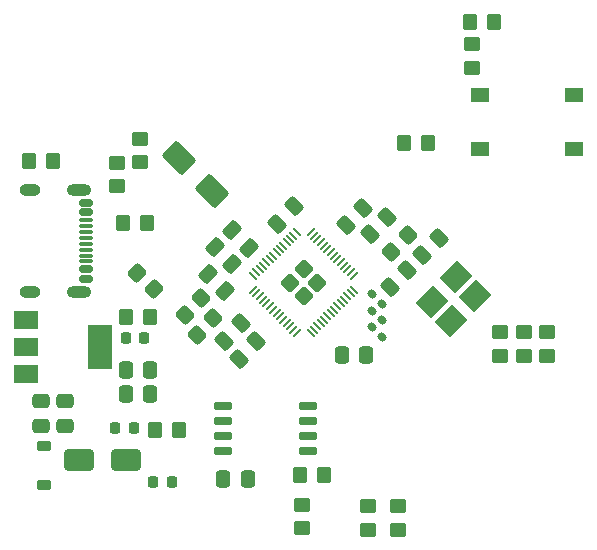
<source format=gbr>
%TF.GenerationSoftware,KiCad,Pcbnew,8.0.1*%
%TF.CreationDate,2024-04-17T00:31:54+12:00*%
%TF.ProjectId,50x50 2 Layer,35307835-3020-4322-904c-617965722e6b,B*%
%TF.SameCoordinates,Original*%
%TF.FileFunction,Paste,Top*%
%TF.FilePolarity,Positive*%
%FSLAX46Y46*%
G04 Gerber Fmt 4.6, Leading zero omitted, Abs format (unit mm)*
G04 Created by KiCad (PCBNEW 8.0.1) date 2024-04-17 00:31:54*
%MOMM*%
%LPD*%
G01*
G04 APERTURE LIST*
G04 Aperture macros list*
%AMRoundRect*
0 Rectangle with rounded corners*
0 $1 Rounding radius*
0 $2 $3 $4 $5 $6 $7 $8 $9 X,Y pos of 4 corners*
0 Add a 4 corners polygon primitive as box body*
4,1,4,$2,$3,$4,$5,$6,$7,$8,$9,$2,$3,0*
0 Add four circle primitives for the rounded corners*
1,1,$1+$1,$2,$3*
1,1,$1+$1,$4,$5*
1,1,$1+$1,$6,$7*
1,1,$1+$1,$8,$9*
0 Add four rect primitives between the rounded corners*
20,1,$1+$1,$2,$3,$4,$5,0*
20,1,$1+$1,$4,$5,$6,$7,0*
20,1,$1+$1,$6,$7,$8,$9,0*
20,1,$1+$1,$8,$9,$2,$3,0*%
%AMRotRect*
0 Rectangle, with rotation*
0 The origin of the aperture is its center*
0 $1 length*
0 $2 width*
0 $3 Rotation angle, in degrees counterclockwise*
0 Add horizontal line*
21,1,$1,$2,0,0,$3*%
G04 Aperture macros list end*
%ADD10RoundRect,0.250000X0.097227X-0.574524X0.574524X-0.097227X-0.097227X0.574524X-0.574524X0.097227X0*%
%ADD11RoundRect,0.250000X-0.450000X0.350000X-0.450000X-0.350000X0.450000X-0.350000X0.450000X0.350000X0*%
%ADD12RoundRect,0.250000X-0.097227X0.574524X-0.574524X0.097227X0.097227X-0.574524X0.574524X-0.097227X0*%
%ADD13RoundRect,0.250000X-0.337500X-0.475000X0.337500X-0.475000X0.337500X0.475000X-0.337500X0.475000X0*%
%ADD14RoundRect,0.249999X0.558616X0.000000X0.000000X0.558616X-0.558616X0.000000X0.000000X-0.558616X0*%
%ADD15RoundRect,0.050000X0.309359X-0.238649X-0.238649X0.309359X-0.309359X0.238649X0.238649X-0.309359X0*%
%ADD16RoundRect,0.050000X0.309359X0.238649X0.238649X0.309359X-0.309359X-0.238649X-0.238649X-0.309359X0*%
%ADD17RoundRect,0.250000X1.166726X-0.247487X-0.247487X1.166726X-1.166726X0.247487X0.247487X-1.166726X0*%
%ADD18RoundRect,0.250000X0.450000X-0.350000X0.450000X0.350000X-0.450000X0.350000X-0.450000X-0.350000X0*%
%ADD19R,2.000000X1.500000*%
%ADD20R,2.000000X3.800000*%
%ADD21RoundRect,0.160000X0.270468X-0.044194X-0.044194X0.270468X-0.270468X0.044194X0.044194X-0.270468X0*%
%ADD22RoundRect,0.250000X-0.574524X-0.097227X-0.097227X-0.574524X0.574524X0.097227X0.097227X0.574524X0*%
%ADD23RoundRect,0.150000X-0.425000X0.150000X-0.425000X-0.150000X0.425000X-0.150000X0.425000X0.150000X0*%
%ADD24RoundRect,0.075000X-0.500000X0.075000X-0.500000X-0.075000X0.500000X-0.075000X0.500000X0.075000X0*%
%ADD25O,2.100000X1.000000*%
%ADD26O,1.800000X1.000000*%
%ADD27RoundRect,0.250000X-0.350000X-0.450000X0.350000X-0.450000X0.350000X0.450000X-0.350000X0.450000X0*%
%ADD28RoundRect,0.218750X-0.218750X-0.256250X0.218750X-0.256250X0.218750X0.256250X-0.218750X0.256250X0*%
%ADD29RoundRect,0.250000X0.565685X0.070711X0.070711X0.565685X-0.565685X-0.070711X-0.070711X-0.565685X0*%
%ADD30RoundRect,0.250000X0.574524X0.097227X0.097227X0.574524X-0.574524X-0.097227X-0.097227X-0.574524X0*%
%ADD31RoundRect,0.250000X0.350000X0.450000X-0.350000X0.450000X-0.350000X-0.450000X0.350000X-0.450000X0*%
%ADD32RoundRect,0.250000X0.070711X-0.565685X0.565685X-0.070711X-0.070711X0.565685X-0.565685X0.070711X0*%
%ADD33RoundRect,0.150000X0.650000X0.150000X-0.650000X0.150000X-0.650000X-0.150000X0.650000X-0.150000X0*%
%ADD34RotRect,2.100000X1.800000X45.000000*%
%ADD35RoundRect,0.250000X-0.475000X0.337500X-0.475000X-0.337500X0.475000X-0.337500X0.475000X0.337500X0*%
%ADD36R,1.550000X1.300000*%
%ADD37RoundRect,0.250000X-1.000000X-0.650000X1.000000X-0.650000X1.000000X0.650000X-1.000000X0.650000X0*%
%ADD38RoundRect,0.218750X0.218750X0.256250X-0.218750X0.256250X-0.218750X-0.256250X0.218750X-0.256250X0*%
%ADD39RoundRect,0.250000X0.337500X0.475000X-0.337500X0.475000X-0.337500X-0.475000X0.337500X-0.475000X0*%
%ADD40RoundRect,0.225000X-0.375000X0.225000X-0.375000X-0.225000X0.375000X-0.225000X0.375000X0.225000X0*%
G04 APERTURE END LIST*
D10*
%TO.C,C13*%
X108829377Y-58264623D03*
X110296623Y-56797377D03*
%TD*%
D11*
%TO.C,R17*%
X111252000Y-81296000D03*
X111252000Y-83296000D03*
%TD*%
D12*
%TO.C,C12*%
X97977623Y-65814377D03*
X96510377Y-67281623D03*
%TD*%
D13*
%TO.C,C6*%
X88205500Y-69723000D03*
X90280500Y-69723000D03*
%TD*%
D14*
%TO.C,U1*%
X103239371Y-63507371D03*
X104370742Y-62376000D03*
X102108000Y-62376000D03*
X103239371Y-61244629D03*
D15*
X103831573Y-66645157D03*
X104114416Y-66362314D03*
X104397258Y-66079472D03*
X104680101Y-65796629D03*
X104962944Y-65513786D03*
X105245786Y-65230944D03*
X105528629Y-64948101D03*
X105811472Y-64665258D03*
X106094315Y-64382415D03*
X106377157Y-64099573D03*
X106660000Y-63816730D03*
X106942843Y-63533887D03*
X107225685Y-63251045D03*
X107508528Y-62968202D03*
D16*
X107508528Y-61783798D03*
X107225685Y-61500955D03*
X106942843Y-61218113D03*
X106660000Y-60935270D03*
X106377157Y-60652427D03*
X106094315Y-60369585D03*
X105811472Y-60086742D03*
X105528629Y-59803899D03*
X105245786Y-59521056D03*
X104962944Y-59238214D03*
X104680101Y-58955371D03*
X104397258Y-58672528D03*
X104114416Y-58389686D03*
X103831573Y-58106843D03*
D15*
X102647169Y-58106843D03*
X102364326Y-58389686D03*
X102081484Y-58672528D03*
X101798641Y-58955371D03*
X101515798Y-59238214D03*
X101232956Y-59521056D03*
X100950113Y-59803899D03*
X100667270Y-60086742D03*
X100384427Y-60369585D03*
X100101585Y-60652427D03*
X99818742Y-60935270D03*
X99535899Y-61218113D03*
X99253057Y-61500955D03*
X98970214Y-61783798D03*
D16*
X98970214Y-62968202D03*
X99253057Y-63251045D03*
X99535899Y-63533887D03*
X99818742Y-63816730D03*
X100101585Y-64099573D03*
X100384427Y-64382415D03*
X100667270Y-64665258D03*
X100950113Y-64948101D03*
X101232956Y-65230944D03*
X101515798Y-65513786D03*
X101798641Y-65796629D03*
X102081484Y-66079472D03*
X102364326Y-66362314D03*
X102647169Y-66645157D03*
%TD*%
D17*
%TO.C,D1*%
X95483214Y-54627214D03*
X92654786Y-51798786D03*
%TD*%
D13*
%TO.C,C11*%
X106493500Y-68453000D03*
X108568500Y-68453000D03*
%TD*%
D18*
%TO.C,R8*%
X89370000Y-52181000D03*
X89370000Y-50181000D03*
%TD*%
D19*
%TO.C,U3*%
X79743000Y-65518000D03*
X79743000Y-67818000D03*
X79743000Y-70118000D03*
D20*
X86043000Y-67818000D03*
%TD*%
D21*
%TO.C,D8*%
X109840819Y-64158819D03*
X109031181Y-63349181D03*
%TD*%
%TO.C,D7*%
X109840819Y-65555819D03*
X109031181Y-64746181D03*
%TD*%
D22*
%TO.C,C10*%
X95113377Y-61623377D03*
X96580623Y-63090623D03*
%TD*%
D18*
%TO.C,R19*%
X121882000Y-68564000D03*
X121882000Y-66564000D03*
%TD*%
D12*
%TO.C,C9*%
X99247623Y-67338377D03*
X97780377Y-68805623D03*
%TD*%
D23*
%TO.C,J3*%
X84798000Y-55621000D03*
X84798000Y-56421000D03*
D24*
X84798000Y-57571000D03*
X84798000Y-58571000D03*
X84798000Y-59071000D03*
X84798000Y-60071000D03*
D23*
X84798000Y-61221000D03*
X84798000Y-62021000D03*
X84798000Y-62021000D03*
X84798000Y-61221000D03*
D24*
X84798000Y-60571000D03*
X84798000Y-59571000D03*
X84798000Y-58071000D03*
X84798000Y-57071000D03*
D23*
X84798000Y-56421000D03*
X84798000Y-55621000D03*
D25*
X84223000Y-54501000D03*
D26*
X80043000Y-54501000D03*
D25*
X84223000Y-63141000D03*
D26*
X80043000Y-63141000D03*
%TD*%
D11*
%TO.C,R15*%
X108712000Y-81296000D03*
X108712000Y-83296000D03*
%TD*%
D18*
%TO.C,R20*%
X119879000Y-68564000D03*
X119879000Y-66564000D03*
%TD*%
D27*
%TO.C,R5*%
X87989000Y-57277000D03*
X89989000Y-57277000D03*
%TD*%
D28*
%TO.C,D5*%
X88175998Y-67056000D03*
X89751000Y-67056000D03*
%TD*%
D22*
%TO.C,C16*%
X95748377Y-59337377D03*
X97215623Y-60804623D03*
%TD*%
D18*
%TO.C,R3*%
X103124000Y-83169000D03*
X103124000Y-81169000D03*
%TD*%
D29*
%TO.C,R7*%
X90585107Y-62937107D03*
X89170893Y-61522893D03*
%TD*%
D27*
%TO.C,R6*%
X90656000Y-74803000D03*
X92656000Y-74803000D03*
%TD*%
D30*
%TO.C,C14*%
X98612623Y-59407623D03*
X97145377Y-57940377D03*
%TD*%
D27*
%TO.C,R11*%
X88243000Y-65278000D03*
X90243000Y-65278000D03*
%TD*%
D28*
%TO.C,F1*%
X90487500Y-79248000D03*
X92062500Y-79248000D03*
%TD*%
D12*
%TO.C,C15*%
X102422623Y-55908377D03*
X100955377Y-57375623D03*
%TD*%
D31*
%TO.C,R2*%
X104955000Y-78638000D03*
X102955000Y-78638000D03*
%TD*%
D18*
%TO.C,R4*%
X87465000Y-54213000D03*
X87465000Y-52213000D03*
%TD*%
D32*
%TO.C,R13*%
X94196000Y-66802000D03*
X95610214Y-65387786D03*
%TD*%
D10*
%TO.C,C5*%
X113236232Y-60056114D03*
X114703478Y-58588868D03*
%TD*%
D12*
%TO.C,C4*%
X112008101Y-61284245D03*
X110540855Y-62751491D03*
%TD*%
D33*
%TO.C,U2*%
X103638000Y-76581000D03*
X103638000Y-75311000D03*
X103638000Y-74041000D03*
X103638000Y-72771000D03*
X96438000Y-72771000D03*
X96438000Y-74041000D03*
X96438000Y-75311000D03*
X96438000Y-76581000D03*
%TD*%
D27*
%TO.C,R1*%
X79988000Y-52070000D03*
X81988000Y-52070000D03*
%TD*%
D18*
%TO.C,R18*%
X123816000Y-68548000D03*
X123816000Y-66548000D03*
%TD*%
D34*
%TO.C,Y1*%
X115700868Y-65592478D03*
X117751478Y-63541868D03*
X116125132Y-61915522D03*
X114074522Y-63966132D03*
%TD*%
D35*
%TO.C,C2*%
X83020000Y-72404000D03*
X83020000Y-74479000D03*
%TD*%
D36*
%TO.C,SW2*%
X126116000Y-51018000D03*
X118156000Y-51018000D03*
X126116000Y-46518000D03*
X118156000Y-46518000D03*
%TD*%
D37*
%TO.C,D2*%
X84195000Y-77343000D03*
X88195000Y-77343000D03*
%TD*%
D18*
%TO.C,R16*%
X117475000Y-44180000D03*
X117475000Y-42180000D03*
%TD*%
D10*
%TO.C,C8*%
X106797377Y-57502623D03*
X108264623Y-56035377D03*
%TD*%
D38*
%TO.C,D4*%
X88887500Y-74676000D03*
X87312500Y-74676000D03*
%TD*%
D35*
%TO.C,C3*%
X80988000Y-72404000D03*
X80988000Y-74479000D03*
%TD*%
D39*
%TO.C,C1*%
X98522700Y-78994000D03*
X96447700Y-78994000D03*
%TD*%
D31*
%TO.C,R10*%
X113738000Y-50546000D03*
X111738000Y-50546000D03*
%TD*%
D32*
%TO.C,R9*%
X110633893Y-59762107D03*
X112048107Y-58347893D03*
%TD*%
D21*
%TO.C,D6*%
X109840819Y-66929000D03*
X109031181Y-66119362D03*
%TD*%
D32*
%TO.C,R12*%
X93162786Y-65096107D03*
X94577000Y-63681893D03*
%TD*%
D27*
%TO.C,R14*%
X117364000Y-40259000D03*
X119364000Y-40259000D03*
%TD*%
D13*
%TO.C,C7*%
X88205500Y-71755000D03*
X90280500Y-71755000D03*
%TD*%
D40*
%TO.C,D3*%
X81280000Y-76200000D03*
X81280000Y-79500000D03*
%TD*%
M02*

</source>
